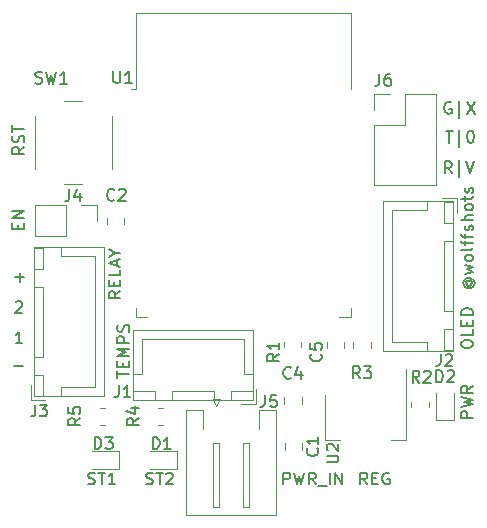
<source format=gbr>
%TF.GenerationSoftware,KiCad,Pcbnew,(5.1.10)-1*%
%TF.CreationDate,2021-08-06T22:26:06+02:00*%
%TF.ProjectId,board,626f6172-642e-46b6-9963-61645f706362,0.2*%
%TF.SameCoordinates,Original*%
%TF.FileFunction,Legend,Top*%
%TF.FilePolarity,Positive*%
%FSLAX46Y46*%
G04 Gerber Fmt 4.6, Leading zero omitted, Abs format (unit mm)*
G04 Created by KiCad (PCBNEW (5.1.10)-1) date 2021-08-06 22:26:06*
%MOMM*%
%LPD*%
G01*
G04 APERTURE LIST*
%ADD10C,0.150000*%
%ADD11C,0.120000*%
G04 APERTURE END LIST*
D10*
X93976190Y-43485238D02*
X93928571Y-43532857D01*
X93880952Y-43628095D01*
X93880952Y-43723333D01*
X93928571Y-43818571D01*
X93976190Y-43866190D01*
X94071428Y-43913809D01*
X94166666Y-43913809D01*
X94261904Y-43866190D01*
X94309523Y-43818571D01*
X94357142Y-43723333D01*
X94357142Y-43628095D01*
X94309523Y-43532857D01*
X94261904Y-43485238D01*
X93880952Y-43485238D02*
X94261904Y-43485238D01*
X94309523Y-43437619D01*
X94309523Y-43390000D01*
X94261904Y-43294761D01*
X94166666Y-43247142D01*
X93928571Y-43247142D01*
X93785714Y-43342380D01*
X93690476Y-43485238D01*
X93642857Y-43675714D01*
X93690476Y-43866190D01*
X93785714Y-44009047D01*
X93928571Y-44104285D01*
X94119047Y-44151904D01*
X94309523Y-44104285D01*
X94452380Y-44009047D01*
X94547619Y-43866190D01*
X94595238Y-43675714D01*
X94547619Y-43485238D01*
X94452380Y-43342380D01*
X93785714Y-42913809D02*
X94452380Y-42723333D01*
X93976190Y-42532857D01*
X94452380Y-42342380D01*
X93785714Y-42151904D01*
X94452380Y-41628095D02*
X94404761Y-41723333D01*
X94357142Y-41770952D01*
X94261904Y-41818571D01*
X93976190Y-41818571D01*
X93880952Y-41770952D01*
X93833333Y-41723333D01*
X93785714Y-41628095D01*
X93785714Y-41485238D01*
X93833333Y-41390000D01*
X93880952Y-41342380D01*
X93976190Y-41294761D01*
X94261904Y-41294761D01*
X94357142Y-41342380D01*
X94404761Y-41390000D01*
X94452380Y-41485238D01*
X94452380Y-41628095D01*
X94452380Y-40723333D02*
X94404761Y-40818571D01*
X94309523Y-40866190D01*
X93452380Y-40866190D01*
X93785714Y-40485238D02*
X93785714Y-40104285D01*
X94452380Y-40342380D02*
X93595238Y-40342380D01*
X93500000Y-40294761D01*
X93452380Y-40199523D01*
X93452380Y-40104285D01*
X93785714Y-39913809D02*
X93785714Y-39532857D01*
X94452380Y-39770952D02*
X93595238Y-39770952D01*
X93500000Y-39723333D01*
X93452380Y-39628095D01*
X93452380Y-39532857D01*
X94404761Y-39247142D02*
X94452380Y-39151904D01*
X94452380Y-38961428D01*
X94404761Y-38866190D01*
X94309523Y-38818571D01*
X94261904Y-38818571D01*
X94166666Y-38866190D01*
X94119047Y-38961428D01*
X94119047Y-39104285D01*
X94071428Y-39199523D01*
X93976190Y-39247142D01*
X93928571Y-39247142D01*
X93833333Y-39199523D01*
X93785714Y-39104285D01*
X93785714Y-38961428D01*
X93833333Y-38866190D01*
X94452380Y-38390000D02*
X93452380Y-38390000D01*
X94452380Y-37961428D02*
X93928571Y-37961428D01*
X93833333Y-38009047D01*
X93785714Y-38104285D01*
X93785714Y-38247142D01*
X93833333Y-38342380D01*
X93880952Y-38390000D01*
X94452380Y-37342380D02*
X94404761Y-37437619D01*
X94357142Y-37485238D01*
X94261904Y-37532857D01*
X93976190Y-37532857D01*
X93880952Y-37485238D01*
X93833333Y-37437619D01*
X93785714Y-37342380D01*
X93785714Y-37199523D01*
X93833333Y-37104285D01*
X93880952Y-37056666D01*
X93976190Y-37009047D01*
X94261904Y-37009047D01*
X94357142Y-37056666D01*
X94404761Y-37104285D01*
X94452380Y-37199523D01*
X94452380Y-37342380D01*
X93785714Y-36723333D02*
X93785714Y-36342380D01*
X93452380Y-36580476D02*
X94309523Y-36580476D01*
X94404761Y-36532857D01*
X94452380Y-36437619D01*
X94452380Y-36342380D01*
X94404761Y-36056666D02*
X94452380Y-35961428D01*
X94452380Y-35770952D01*
X94404761Y-35675714D01*
X94309523Y-35628095D01*
X94261904Y-35628095D01*
X94166666Y-35675714D01*
X94119047Y-35770952D01*
X94119047Y-35913809D01*
X94071428Y-36009047D01*
X93976190Y-36056666D01*
X93928571Y-36056666D01*
X93833333Y-36009047D01*
X93785714Y-35913809D01*
X93785714Y-35770952D01*
X93833333Y-35675714D01*
D11*
%TO.C,SW1*%
X61370000Y-28290000D02*
X59870000Y-28290000D01*
X57370000Y-29540000D02*
X57370000Y-34040000D01*
X59870000Y-35290000D02*
X61370000Y-35290000D01*
X63870000Y-34040000D02*
X63870000Y-29540000D01*
%TO.C,J6*%
X86110000Y-27680000D02*
X87440000Y-27680000D01*
X86110000Y-29010000D02*
X86110000Y-27680000D01*
X88710000Y-27680000D02*
X91310000Y-27680000D01*
X88710000Y-30280000D02*
X88710000Y-27680000D01*
X86110000Y-30280000D02*
X88710000Y-30280000D01*
X91310000Y-27680000D02*
X91310000Y-35420000D01*
X86110000Y-30280000D02*
X86110000Y-35420000D01*
X86110000Y-35420000D02*
X91310000Y-35420000D01*
%TO.C,J5*%
X73020000Y-53500000D02*
X72720000Y-54100000D01*
X72420000Y-53500000D02*
X73020000Y-53500000D01*
X72720000Y-54100000D02*
X72420000Y-53500000D01*
X75470000Y-57200000D02*
X74970000Y-57200000D01*
X75470000Y-62700000D02*
X75470000Y-57200000D01*
X74970000Y-62700000D02*
X75470000Y-62700000D01*
X74970000Y-57200000D02*
X74970000Y-62700000D01*
X72970000Y-57200000D02*
X72470000Y-57200000D01*
X72970000Y-62700000D02*
X72970000Y-57200000D01*
X72470000Y-62700000D02*
X72970000Y-62700000D01*
X72470000Y-57200000D02*
X72470000Y-62700000D01*
X76360000Y-54420000D02*
X76360000Y-56090000D01*
X77780000Y-54420000D02*
X76360000Y-54420000D01*
X77780000Y-63310000D02*
X77780000Y-54420000D01*
X73970000Y-63310000D02*
X77780000Y-63310000D01*
X71580000Y-54420000D02*
X71580000Y-56090000D01*
X70160000Y-54420000D02*
X71580000Y-54420000D01*
X70160000Y-63310000D02*
X70160000Y-54420000D01*
X73970000Y-63310000D02*
X70160000Y-63310000D01*
%TO.C,C1*%
X78505000Y-57268748D02*
X78505000Y-57791252D01*
X79975000Y-57268748D02*
X79975000Y-57791252D01*
%TO.C,R5*%
X63324564Y-55745000D02*
X62870436Y-55745000D01*
X63324564Y-54275000D02*
X62870436Y-54275000D01*
%TO.C,D3*%
X64472500Y-57955000D02*
X62187500Y-57955000D01*
X64472500Y-59425000D02*
X64472500Y-57955000D01*
X62187500Y-59425000D02*
X64472500Y-59425000D01*
%TO.C,D1*%
X69372500Y-57955000D02*
X67087500Y-57955000D01*
X69372500Y-59425000D02*
X69372500Y-57955000D01*
X67087500Y-59425000D02*
X69372500Y-59425000D01*
%TO.C,D2*%
X92835000Y-55272500D02*
X92835000Y-52987500D01*
X91365000Y-55272500D02*
X92835000Y-55272500D01*
X91365000Y-52987500D02*
X91365000Y-55272500D01*
%TO.C,R4*%
X68239564Y-54265000D02*
X67785436Y-54265000D01*
X68239564Y-55735000D02*
X67785436Y-55735000D01*
%TO.C,U2*%
X88760000Y-50950000D02*
X88760000Y-56960000D01*
X81940000Y-53200000D02*
X81940000Y-56960000D01*
X88760000Y-56960000D02*
X87500000Y-56960000D01*
X81940000Y-56960000D02*
X83200000Y-56960000D01*
%TO.C,U1*%
X65900000Y-27245000D02*
X65520000Y-27245000D01*
X65900000Y-20825000D02*
X65900000Y-27245000D01*
X84140000Y-20825000D02*
X84140000Y-27245000D01*
X65900000Y-20825000D02*
X84140000Y-20825000D01*
X84140000Y-46570000D02*
X83140000Y-46570000D01*
X84140000Y-45790000D02*
X84140000Y-46570000D01*
X65900000Y-46570000D02*
X66900000Y-46570000D01*
X65900000Y-45790000D02*
X65900000Y-46570000D01*
%TO.C,R3*%
X85795000Y-49174564D02*
X85795000Y-48720436D01*
X84325000Y-49174564D02*
X84325000Y-48720436D01*
%TO.C,R2*%
X89235000Y-53770436D02*
X89235000Y-54224564D01*
X90705000Y-53770436D02*
X90705000Y-54224564D01*
%TO.C,R1*%
X79895000Y-49124564D02*
X79895000Y-48670436D01*
X78425000Y-49124564D02*
X78425000Y-48670436D01*
%TO.C,J4*%
X62600000Y-37080000D02*
X62600000Y-38410000D01*
X61270000Y-37080000D02*
X62600000Y-37080000D01*
X60000000Y-37080000D02*
X60000000Y-39740000D01*
X60000000Y-39740000D02*
X57400000Y-39740000D01*
X60000000Y-37080000D02*
X57400000Y-37080000D01*
X57400000Y-37080000D02*
X57400000Y-39740000D01*
%TO.C,J3*%
X57000000Y-53590000D02*
X58250000Y-53590000D01*
X57000000Y-52340000D02*
X57000000Y-53590000D01*
X62500000Y-41440000D02*
X62500000Y-46990000D01*
X59550000Y-41440000D02*
X62500000Y-41440000D01*
X59550000Y-40690000D02*
X59550000Y-41440000D01*
X62500000Y-52540000D02*
X62500000Y-46990000D01*
X59550000Y-52540000D02*
X62500000Y-52540000D01*
X59550000Y-53290000D02*
X59550000Y-52540000D01*
X57300000Y-40690000D02*
X57300000Y-42490000D01*
X58050000Y-40690000D02*
X57300000Y-40690000D01*
X58050000Y-42490000D02*
X58050000Y-40690000D01*
X57300000Y-42490000D02*
X58050000Y-42490000D01*
X57300000Y-51490000D02*
X57300000Y-53290000D01*
X58050000Y-51490000D02*
X57300000Y-51490000D01*
X58050000Y-53290000D02*
X58050000Y-51490000D01*
X57300000Y-53290000D02*
X58050000Y-53290000D01*
X57300000Y-43990000D02*
X57300000Y-49990000D01*
X58050000Y-43990000D02*
X57300000Y-43990000D01*
X58050000Y-49990000D02*
X58050000Y-43990000D01*
X57300000Y-49990000D02*
X58050000Y-49990000D01*
X57290000Y-40680000D02*
X57290000Y-53300000D01*
X63260000Y-40680000D02*
X57290000Y-40680000D01*
X63260000Y-53300000D02*
X63260000Y-40680000D01*
X57290000Y-53300000D02*
X63260000Y-53300000D01*
%TO.C,J2*%
X93090000Y-36500000D02*
X91840000Y-36500000D01*
X93090000Y-37750000D02*
X93090000Y-36500000D01*
X87590000Y-48650000D02*
X87590000Y-43100000D01*
X90540000Y-48650000D02*
X87590000Y-48650000D01*
X90540000Y-49400000D02*
X90540000Y-48650000D01*
X87590000Y-37550000D02*
X87590000Y-43100000D01*
X90540000Y-37550000D02*
X87590000Y-37550000D01*
X90540000Y-36800000D02*
X90540000Y-37550000D01*
X92790000Y-49400000D02*
X92790000Y-47600000D01*
X92040000Y-49400000D02*
X92790000Y-49400000D01*
X92040000Y-47600000D02*
X92040000Y-49400000D01*
X92790000Y-47600000D02*
X92040000Y-47600000D01*
X92790000Y-38600000D02*
X92790000Y-36800000D01*
X92040000Y-38600000D02*
X92790000Y-38600000D01*
X92040000Y-36800000D02*
X92040000Y-38600000D01*
X92790000Y-36800000D02*
X92040000Y-36800000D01*
X92790000Y-46100000D02*
X92790000Y-40100000D01*
X92040000Y-46100000D02*
X92790000Y-46100000D01*
X92040000Y-40100000D02*
X92040000Y-46100000D01*
X92790000Y-40100000D02*
X92040000Y-40100000D01*
X92800000Y-49410000D02*
X92800000Y-36790000D01*
X86830000Y-49410000D02*
X92800000Y-49410000D01*
X86830000Y-36790000D02*
X86830000Y-49410000D01*
X92800000Y-36790000D02*
X86830000Y-36790000D01*
%TO.C,J1*%
X76110000Y-53920000D02*
X76110000Y-52670000D01*
X74860000Y-53920000D02*
X76110000Y-53920000D01*
X66460000Y-48420000D02*
X70760000Y-48420000D01*
X66460000Y-51370000D02*
X66460000Y-48420000D01*
X65710000Y-51370000D02*
X66460000Y-51370000D01*
X75060000Y-48420000D02*
X70760000Y-48420000D01*
X75060000Y-51370000D02*
X75060000Y-48420000D01*
X75810000Y-51370000D02*
X75060000Y-51370000D01*
X65710000Y-53620000D02*
X67510000Y-53620000D01*
X65710000Y-52870000D02*
X65710000Y-53620000D01*
X67510000Y-52870000D02*
X65710000Y-52870000D01*
X67510000Y-53620000D02*
X67510000Y-52870000D01*
X74010000Y-53620000D02*
X75810000Y-53620000D01*
X74010000Y-52870000D02*
X74010000Y-53620000D01*
X75810000Y-52870000D02*
X74010000Y-52870000D01*
X75810000Y-53620000D02*
X75810000Y-52870000D01*
X69010000Y-53620000D02*
X72510000Y-53620000D01*
X69010000Y-52870000D02*
X69010000Y-53620000D01*
X72510000Y-52870000D02*
X69010000Y-52870000D01*
X72510000Y-53620000D02*
X72510000Y-52870000D01*
X65700000Y-53630000D02*
X75820000Y-53630000D01*
X65700000Y-47660000D02*
X65700000Y-53630000D01*
X75820000Y-47660000D02*
X65700000Y-47660000D01*
X75820000Y-53630000D02*
X75820000Y-47660000D01*
%TO.C,C5*%
X83535000Y-49181252D02*
X83535000Y-48658748D01*
X82065000Y-49181252D02*
X82065000Y-48658748D01*
%TO.C,C4*%
X79965000Y-53901252D02*
X79965000Y-53378748D01*
X78495000Y-53901252D02*
X78495000Y-53378748D01*
%TO.C,C2*%
X64925000Y-38701252D02*
X64925000Y-38178748D01*
X63455000Y-38701252D02*
X63455000Y-38178748D01*
%TO.C,SW1*%
D10*
X57416666Y-26754761D02*
X57559523Y-26802380D01*
X57797619Y-26802380D01*
X57892857Y-26754761D01*
X57940476Y-26707142D01*
X57988095Y-26611904D01*
X57988095Y-26516666D01*
X57940476Y-26421428D01*
X57892857Y-26373809D01*
X57797619Y-26326190D01*
X57607142Y-26278571D01*
X57511904Y-26230952D01*
X57464285Y-26183333D01*
X57416666Y-26088095D01*
X57416666Y-25992857D01*
X57464285Y-25897619D01*
X57511904Y-25850000D01*
X57607142Y-25802380D01*
X57845238Y-25802380D01*
X57988095Y-25850000D01*
X58321428Y-25802380D02*
X58559523Y-26802380D01*
X58750000Y-26088095D01*
X58940476Y-26802380D01*
X59178571Y-25802380D01*
X60083333Y-26802380D02*
X59511904Y-26802380D01*
X59797619Y-26802380D02*
X59797619Y-25802380D01*
X59702380Y-25945238D01*
X59607142Y-26040476D01*
X59511904Y-26088095D01*
X56472380Y-32157619D02*
X55996190Y-32490952D01*
X56472380Y-32729047D02*
X55472380Y-32729047D01*
X55472380Y-32348095D01*
X55520000Y-32252857D01*
X55567619Y-32205238D01*
X55662857Y-32157619D01*
X55805714Y-32157619D01*
X55900952Y-32205238D01*
X55948571Y-32252857D01*
X55996190Y-32348095D01*
X55996190Y-32729047D01*
X56424761Y-31776666D02*
X56472380Y-31633809D01*
X56472380Y-31395714D01*
X56424761Y-31300476D01*
X56377142Y-31252857D01*
X56281904Y-31205238D01*
X56186666Y-31205238D01*
X56091428Y-31252857D01*
X56043809Y-31300476D01*
X55996190Y-31395714D01*
X55948571Y-31586190D01*
X55900952Y-31681428D01*
X55853333Y-31729047D01*
X55758095Y-31776666D01*
X55662857Y-31776666D01*
X55567619Y-31729047D01*
X55520000Y-31681428D01*
X55472380Y-31586190D01*
X55472380Y-31348095D01*
X55520000Y-31205238D01*
X55472380Y-30919523D02*
X55472380Y-30348095D01*
X56472380Y-30633809D02*
X55472380Y-30633809D01*
%TO.C,J6*%
X86536666Y-25982380D02*
X86536666Y-26696666D01*
X86489047Y-26839523D01*
X86393809Y-26934761D01*
X86250952Y-26982380D01*
X86155714Y-26982380D01*
X87441428Y-25982380D02*
X87250952Y-25982380D01*
X87155714Y-26030000D01*
X87108095Y-26077619D01*
X87012857Y-26220476D01*
X86965238Y-26410952D01*
X86965238Y-26791904D01*
X87012857Y-26887142D01*
X87060476Y-26934761D01*
X87155714Y-26982380D01*
X87346190Y-26982380D01*
X87441428Y-26934761D01*
X87489047Y-26887142D01*
X87536666Y-26791904D01*
X87536666Y-26553809D01*
X87489047Y-26458571D01*
X87441428Y-26410952D01*
X87346190Y-26363333D01*
X87155714Y-26363333D01*
X87060476Y-26410952D01*
X87012857Y-26458571D01*
X86965238Y-26553809D01*
X92599523Y-28410000D02*
X92504285Y-28362380D01*
X92361428Y-28362380D01*
X92218571Y-28410000D01*
X92123333Y-28505238D01*
X92075714Y-28600476D01*
X92028095Y-28790952D01*
X92028095Y-28933809D01*
X92075714Y-29124285D01*
X92123333Y-29219523D01*
X92218571Y-29314761D01*
X92361428Y-29362380D01*
X92456666Y-29362380D01*
X92599523Y-29314761D01*
X92647142Y-29267142D01*
X92647142Y-28933809D01*
X92456666Y-28933809D01*
X93313809Y-29695714D02*
X93313809Y-28267142D01*
X93932857Y-28362380D02*
X94599523Y-29362380D01*
X94599523Y-28362380D02*
X93932857Y-29362380D01*
X92161904Y-30812380D02*
X92733333Y-30812380D01*
X92447619Y-31812380D02*
X92447619Y-30812380D01*
X93304761Y-32145714D02*
X93304761Y-30717142D01*
X94209523Y-30812380D02*
X94304761Y-30812380D01*
X94400000Y-30860000D01*
X94447619Y-30907619D01*
X94495238Y-31002857D01*
X94542857Y-31193333D01*
X94542857Y-31431428D01*
X94495238Y-31621904D01*
X94447619Y-31717142D01*
X94400000Y-31764761D01*
X94304761Y-31812380D01*
X94209523Y-31812380D01*
X94114285Y-31764761D01*
X94066666Y-31717142D01*
X94019047Y-31621904D01*
X93971428Y-31431428D01*
X93971428Y-31193333D01*
X94019047Y-31002857D01*
X94066666Y-30907619D01*
X94114285Y-30860000D01*
X94209523Y-30812380D01*
X92644761Y-34402380D02*
X92311428Y-33926190D01*
X92073333Y-34402380D02*
X92073333Y-33402380D01*
X92454285Y-33402380D01*
X92549523Y-33450000D01*
X92597142Y-33497619D01*
X92644761Y-33592857D01*
X92644761Y-33735714D01*
X92597142Y-33830952D01*
X92549523Y-33878571D01*
X92454285Y-33926190D01*
X92073333Y-33926190D01*
X93311428Y-34735714D02*
X93311428Y-33307142D01*
X93882857Y-33402380D02*
X94216190Y-34402380D01*
X94549523Y-33402380D01*
%TO.C,J5*%
X76846666Y-53182380D02*
X76846666Y-53896666D01*
X76799047Y-54039523D01*
X76703809Y-54134761D01*
X76560952Y-54182380D01*
X76465714Y-54182380D01*
X77799047Y-53182380D02*
X77322857Y-53182380D01*
X77275238Y-53658571D01*
X77322857Y-53610952D01*
X77418095Y-53563333D01*
X77656190Y-53563333D01*
X77751428Y-53610952D01*
X77799047Y-53658571D01*
X77846666Y-53753809D01*
X77846666Y-53991904D01*
X77799047Y-54087142D01*
X77751428Y-54134761D01*
X77656190Y-54182380D01*
X77418095Y-54182380D01*
X77322857Y-54134761D01*
X77275238Y-54087142D01*
X78413809Y-60742380D02*
X78413809Y-59742380D01*
X78794761Y-59742380D01*
X78890000Y-59790000D01*
X78937619Y-59837619D01*
X78985238Y-59932857D01*
X78985238Y-60075714D01*
X78937619Y-60170952D01*
X78890000Y-60218571D01*
X78794761Y-60266190D01*
X78413809Y-60266190D01*
X79318571Y-59742380D02*
X79556666Y-60742380D01*
X79747142Y-60028095D01*
X79937619Y-60742380D01*
X80175714Y-59742380D01*
X81128095Y-60742380D02*
X80794761Y-60266190D01*
X80556666Y-60742380D02*
X80556666Y-59742380D01*
X80937619Y-59742380D01*
X81032857Y-59790000D01*
X81080476Y-59837619D01*
X81128095Y-59932857D01*
X81128095Y-60075714D01*
X81080476Y-60170952D01*
X81032857Y-60218571D01*
X80937619Y-60266190D01*
X80556666Y-60266190D01*
X81318571Y-60837619D02*
X82080476Y-60837619D01*
X82318571Y-60742380D02*
X82318571Y-59742380D01*
X82794761Y-60742380D02*
X82794761Y-59742380D01*
X83366190Y-60742380D01*
X83366190Y-59742380D01*
%TO.C,C1*%
X81277142Y-57696666D02*
X81324761Y-57744285D01*
X81372380Y-57887142D01*
X81372380Y-57982380D01*
X81324761Y-58125238D01*
X81229523Y-58220476D01*
X81134285Y-58268095D01*
X80943809Y-58315714D01*
X80800952Y-58315714D01*
X80610476Y-58268095D01*
X80515238Y-58220476D01*
X80420000Y-58125238D01*
X80372380Y-57982380D01*
X80372380Y-57887142D01*
X80420000Y-57744285D01*
X80467619Y-57696666D01*
X81372380Y-56744285D02*
X81372380Y-57315714D01*
X81372380Y-57030000D02*
X80372380Y-57030000D01*
X80515238Y-57125238D01*
X80610476Y-57220476D01*
X80658095Y-57315714D01*
%TO.C,R5*%
X61212380Y-55126666D02*
X60736190Y-55460000D01*
X61212380Y-55698095D02*
X60212380Y-55698095D01*
X60212380Y-55317142D01*
X60260000Y-55221904D01*
X60307619Y-55174285D01*
X60402857Y-55126666D01*
X60545714Y-55126666D01*
X60640952Y-55174285D01*
X60688571Y-55221904D01*
X60736190Y-55317142D01*
X60736190Y-55698095D01*
X60212380Y-54221904D02*
X60212380Y-54698095D01*
X60688571Y-54745714D01*
X60640952Y-54698095D01*
X60593333Y-54602857D01*
X60593333Y-54364761D01*
X60640952Y-54269523D01*
X60688571Y-54221904D01*
X60783809Y-54174285D01*
X61021904Y-54174285D01*
X61117142Y-54221904D01*
X61164761Y-54269523D01*
X61212380Y-54364761D01*
X61212380Y-54602857D01*
X61164761Y-54698095D01*
X61117142Y-54745714D01*
%TO.C,D3*%
X62431904Y-57742380D02*
X62431904Y-56742380D01*
X62670000Y-56742380D01*
X62812857Y-56790000D01*
X62908095Y-56885238D01*
X62955714Y-56980476D01*
X63003333Y-57170952D01*
X63003333Y-57313809D01*
X62955714Y-57504285D01*
X62908095Y-57599523D01*
X62812857Y-57694761D01*
X62670000Y-57742380D01*
X62431904Y-57742380D01*
X63336666Y-56742380D02*
X63955714Y-56742380D01*
X63622380Y-57123333D01*
X63765238Y-57123333D01*
X63860476Y-57170952D01*
X63908095Y-57218571D01*
X63955714Y-57313809D01*
X63955714Y-57551904D01*
X63908095Y-57647142D01*
X63860476Y-57694761D01*
X63765238Y-57742380D01*
X63479523Y-57742380D01*
X63384285Y-57694761D01*
X63336666Y-57647142D01*
X61887142Y-60694761D02*
X62030000Y-60742380D01*
X62268095Y-60742380D01*
X62363333Y-60694761D01*
X62410952Y-60647142D01*
X62458571Y-60551904D01*
X62458571Y-60456666D01*
X62410952Y-60361428D01*
X62363333Y-60313809D01*
X62268095Y-60266190D01*
X62077619Y-60218571D01*
X61982380Y-60170952D01*
X61934761Y-60123333D01*
X61887142Y-60028095D01*
X61887142Y-59932857D01*
X61934761Y-59837619D01*
X61982380Y-59790000D01*
X62077619Y-59742380D01*
X62315714Y-59742380D01*
X62458571Y-59790000D01*
X62744285Y-59742380D02*
X63315714Y-59742380D01*
X63030000Y-60742380D02*
X63030000Y-59742380D01*
X64172857Y-60742380D02*
X63601428Y-60742380D01*
X63887142Y-60742380D02*
X63887142Y-59742380D01*
X63791904Y-59885238D01*
X63696666Y-59980476D01*
X63601428Y-60028095D01*
%TO.C,D1*%
X67351904Y-57752380D02*
X67351904Y-56752380D01*
X67590000Y-56752380D01*
X67732857Y-56800000D01*
X67828095Y-56895238D01*
X67875714Y-56990476D01*
X67923333Y-57180952D01*
X67923333Y-57323809D01*
X67875714Y-57514285D01*
X67828095Y-57609523D01*
X67732857Y-57704761D01*
X67590000Y-57752380D01*
X67351904Y-57752380D01*
X68875714Y-57752380D02*
X68304285Y-57752380D01*
X68590000Y-57752380D02*
X68590000Y-56752380D01*
X68494761Y-56895238D01*
X68399523Y-56990476D01*
X68304285Y-57038095D01*
X66777142Y-60694761D02*
X66920000Y-60742380D01*
X67158095Y-60742380D01*
X67253333Y-60694761D01*
X67300952Y-60647142D01*
X67348571Y-60551904D01*
X67348571Y-60456666D01*
X67300952Y-60361428D01*
X67253333Y-60313809D01*
X67158095Y-60266190D01*
X66967619Y-60218571D01*
X66872380Y-60170952D01*
X66824761Y-60123333D01*
X66777142Y-60028095D01*
X66777142Y-59932857D01*
X66824761Y-59837619D01*
X66872380Y-59790000D01*
X66967619Y-59742380D01*
X67205714Y-59742380D01*
X67348571Y-59790000D01*
X67634285Y-59742380D02*
X68205714Y-59742380D01*
X67920000Y-60742380D02*
X67920000Y-59742380D01*
X68491428Y-59837619D02*
X68539047Y-59790000D01*
X68634285Y-59742380D01*
X68872380Y-59742380D01*
X68967619Y-59790000D01*
X69015238Y-59837619D01*
X69062857Y-59932857D01*
X69062857Y-60028095D01*
X69015238Y-60170952D01*
X68443809Y-60742380D01*
X69062857Y-60742380D01*
%TO.C,D2*%
X91351904Y-52089880D02*
X91351904Y-51089880D01*
X91590000Y-51089880D01*
X91732857Y-51137500D01*
X91828095Y-51232738D01*
X91875714Y-51327976D01*
X91923333Y-51518452D01*
X91923333Y-51661309D01*
X91875714Y-51851785D01*
X91828095Y-51947023D01*
X91732857Y-52042261D01*
X91590000Y-52089880D01*
X91351904Y-52089880D01*
X92304285Y-51185119D02*
X92351904Y-51137500D01*
X92447142Y-51089880D01*
X92685238Y-51089880D01*
X92780476Y-51137500D01*
X92828095Y-51185119D01*
X92875714Y-51280357D01*
X92875714Y-51375595D01*
X92828095Y-51518452D01*
X92256666Y-52089880D01*
X92875714Y-52089880D01*
X94452380Y-55120833D02*
X93452380Y-55120833D01*
X93452380Y-54739880D01*
X93500000Y-54644642D01*
X93547619Y-54597023D01*
X93642857Y-54549404D01*
X93785714Y-54549404D01*
X93880952Y-54597023D01*
X93928571Y-54644642D01*
X93976190Y-54739880D01*
X93976190Y-55120833D01*
X93452380Y-54216071D02*
X94452380Y-53977976D01*
X93738095Y-53787500D01*
X94452380Y-53597023D01*
X93452380Y-53358928D01*
X94452380Y-52406547D02*
X93976190Y-52739880D01*
X94452380Y-52977976D02*
X93452380Y-52977976D01*
X93452380Y-52597023D01*
X93500000Y-52501785D01*
X93547619Y-52454166D01*
X93642857Y-52406547D01*
X93785714Y-52406547D01*
X93880952Y-52454166D01*
X93928571Y-52501785D01*
X93976190Y-52597023D01*
X93976190Y-52977976D01*
%TO.C,R4*%
X66142380Y-55126666D02*
X65666190Y-55460000D01*
X66142380Y-55698095D02*
X65142380Y-55698095D01*
X65142380Y-55317142D01*
X65190000Y-55221904D01*
X65237619Y-55174285D01*
X65332857Y-55126666D01*
X65475714Y-55126666D01*
X65570952Y-55174285D01*
X65618571Y-55221904D01*
X65666190Y-55317142D01*
X65666190Y-55698095D01*
X65475714Y-54269523D02*
X66142380Y-54269523D01*
X65094761Y-54507619D02*
X65809047Y-54745714D01*
X65809047Y-54126666D01*
%TO.C,U2*%
X82062380Y-58871904D02*
X82871904Y-58871904D01*
X82967142Y-58824285D01*
X83014761Y-58776666D01*
X83062380Y-58681428D01*
X83062380Y-58490952D01*
X83014761Y-58395714D01*
X82967142Y-58348095D01*
X82871904Y-58300476D01*
X82062380Y-58300476D01*
X82157619Y-57871904D02*
X82110000Y-57824285D01*
X82062380Y-57729047D01*
X82062380Y-57490952D01*
X82110000Y-57395714D01*
X82157619Y-57348095D01*
X82252857Y-57300476D01*
X82348095Y-57300476D01*
X82490952Y-57348095D01*
X83062380Y-57919523D01*
X83062380Y-57300476D01*
X85507142Y-60742380D02*
X85173809Y-60266190D01*
X84935714Y-60742380D02*
X84935714Y-59742380D01*
X85316666Y-59742380D01*
X85411904Y-59790000D01*
X85459523Y-59837619D01*
X85507142Y-59932857D01*
X85507142Y-60075714D01*
X85459523Y-60170952D01*
X85411904Y-60218571D01*
X85316666Y-60266190D01*
X84935714Y-60266190D01*
X85935714Y-60218571D02*
X86269047Y-60218571D01*
X86411904Y-60742380D02*
X85935714Y-60742380D01*
X85935714Y-59742380D01*
X86411904Y-59742380D01*
X87364285Y-59790000D02*
X87269047Y-59742380D01*
X87126190Y-59742380D01*
X86983333Y-59790000D01*
X86888095Y-59885238D01*
X86840476Y-59980476D01*
X86792857Y-60170952D01*
X86792857Y-60313809D01*
X86840476Y-60504285D01*
X86888095Y-60599523D01*
X86983333Y-60694761D01*
X87126190Y-60742380D01*
X87221428Y-60742380D01*
X87364285Y-60694761D01*
X87411904Y-60647142D01*
X87411904Y-60313809D01*
X87221428Y-60313809D01*
%TO.C,U1*%
X64018095Y-25762380D02*
X64018095Y-26571904D01*
X64065714Y-26667142D01*
X64113333Y-26714761D01*
X64208571Y-26762380D01*
X64399047Y-26762380D01*
X64494285Y-26714761D01*
X64541904Y-26667142D01*
X64589523Y-26571904D01*
X64589523Y-25762380D01*
X65589523Y-26762380D02*
X65018095Y-26762380D01*
X65303809Y-26762380D02*
X65303809Y-25762380D01*
X65208571Y-25905238D01*
X65113333Y-26000476D01*
X65018095Y-26048095D01*
%TO.C,R3*%
X84893333Y-51757380D02*
X84560000Y-51281190D01*
X84321904Y-51757380D02*
X84321904Y-50757380D01*
X84702857Y-50757380D01*
X84798095Y-50805000D01*
X84845714Y-50852619D01*
X84893333Y-50947857D01*
X84893333Y-51090714D01*
X84845714Y-51185952D01*
X84798095Y-51233571D01*
X84702857Y-51281190D01*
X84321904Y-51281190D01*
X85226666Y-50757380D02*
X85845714Y-50757380D01*
X85512380Y-51138333D01*
X85655238Y-51138333D01*
X85750476Y-51185952D01*
X85798095Y-51233571D01*
X85845714Y-51328809D01*
X85845714Y-51566904D01*
X85798095Y-51662142D01*
X85750476Y-51709761D01*
X85655238Y-51757380D01*
X85369523Y-51757380D01*
X85274285Y-51709761D01*
X85226666Y-51662142D01*
%TO.C,R2*%
X89923333Y-52122380D02*
X89590000Y-51646190D01*
X89351904Y-52122380D02*
X89351904Y-51122380D01*
X89732857Y-51122380D01*
X89828095Y-51170000D01*
X89875714Y-51217619D01*
X89923333Y-51312857D01*
X89923333Y-51455714D01*
X89875714Y-51550952D01*
X89828095Y-51598571D01*
X89732857Y-51646190D01*
X89351904Y-51646190D01*
X90304285Y-51217619D02*
X90351904Y-51170000D01*
X90447142Y-51122380D01*
X90685238Y-51122380D01*
X90780476Y-51170000D01*
X90828095Y-51217619D01*
X90875714Y-51312857D01*
X90875714Y-51408095D01*
X90828095Y-51550952D01*
X90256666Y-52122380D01*
X90875714Y-52122380D01*
%TO.C,R1*%
X78032380Y-49691666D02*
X77556190Y-50025000D01*
X78032380Y-50263095D02*
X77032380Y-50263095D01*
X77032380Y-49882142D01*
X77080000Y-49786904D01*
X77127619Y-49739285D01*
X77222857Y-49691666D01*
X77365714Y-49691666D01*
X77460952Y-49739285D01*
X77508571Y-49786904D01*
X77556190Y-49882142D01*
X77556190Y-50263095D01*
X78032380Y-48739285D02*
X78032380Y-49310714D01*
X78032380Y-49025000D02*
X77032380Y-49025000D01*
X77175238Y-49120238D01*
X77270476Y-49215476D01*
X77318095Y-49310714D01*
%TO.C,J4*%
X60286666Y-35762380D02*
X60286666Y-36476666D01*
X60239047Y-36619523D01*
X60143809Y-36714761D01*
X60000952Y-36762380D01*
X59905714Y-36762380D01*
X61191428Y-36095714D02*
X61191428Y-36762380D01*
X60953333Y-35714761D02*
X60715238Y-36429047D01*
X61334285Y-36429047D01*
X55948571Y-39098095D02*
X55948571Y-38764761D01*
X56472380Y-38621904D02*
X56472380Y-39098095D01*
X55472380Y-39098095D01*
X55472380Y-38621904D01*
X56472380Y-38193333D02*
X55472380Y-38193333D01*
X56472380Y-37621904D01*
X55472380Y-37621904D01*
%TO.C,J3*%
X57396666Y-53982380D02*
X57396666Y-54696666D01*
X57349047Y-54839523D01*
X57253809Y-54934761D01*
X57110952Y-54982380D01*
X57015714Y-54982380D01*
X57777619Y-53982380D02*
X58396666Y-53982380D01*
X58063333Y-54363333D01*
X58206190Y-54363333D01*
X58301428Y-54410952D01*
X58349047Y-54458571D01*
X58396666Y-54553809D01*
X58396666Y-54791904D01*
X58349047Y-54887142D01*
X58301428Y-54934761D01*
X58206190Y-54982380D01*
X57920476Y-54982380D01*
X57825238Y-54934761D01*
X57777619Y-54887142D01*
X64602380Y-44364761D02*
X64126190Y-44698095D01*
X64602380Y-44936190D02*
X63602380Y-44936190D01*
X63602380Y-44555238D01*
X63650000Y-44460000D01*
X63697619Y-44412380D01*
X63792857Y-44364761D01*
X63935714Y-44364761D01*
X64030952Y-44412380D01*
X64078571Y-44460000D01*
X64126190Y-44555238D01*
X64126190Y-44936190D01*
X64078571Y-43936190D02*
X64078571Y-43602857D01*
X64602380Y-43460000D02*
X64602380Y-43936190D01*
X63602380Y-43936190D01*
X63602380Y-43460000D01*
X64602380Y-42555238D02*
X64602380Y-43031428D01*
X63602380Y-43031428D01*
X64316666Y-42269523D02*
X64316666Y-41793333D01*
X64602380Y-42364761D02*
X63602380Y-42031428D01*
X64602380Y-41698095D01*
X64126190Y-41174285D02*
X64602380Y-41174285D01*
X63602380Y-41507619D02*
X64126190Y-41174285D01*
X63602380Y-40840952D01*
X56305714Y-48812380D02*
X55734285Y-48812380D01*
X56020000Y-48812380D02*
X56020000Y-47812380D01*
X55924761Y-47955238D01*
X55829523Y-48050476D01*
X55734285Y-48098095D01*
X55734285Y-45317619D02*
X55781904Y-45270000D01*
X55877142Y-45222380D01*
X56115238Y-45222380D01*
X56210476Y-45270000D01*
X56258095Y-45317619D01*
X56305714Y-45412857D01*
X56305714Y-45508095D01*
X56258095Y-45650952D01*
X55686666Y-46222380D01*
X56305714Y-46222380D01*
X56091428Y-43590952D02*
X56091428Y-42829047D01*
X56472380Y-43210000D02*
X55710476Y-43210000D01*
X55639047Y-50751428D02*
X56400952Y-50751428D01*
%TO.C,J2*%
X91716666Y-49702380D02*
X91716666Y-50416666D01*
X91669047Y-50559523D01*
X91573809Y-50654761D01*
X91430952Y-50702380D01*
X91335714Y-50702380D01*
X92145238Y-49797619D02*
X92192857Y-49750000D01*
X92288095Y-49702380D01*
X92526190Y-49702380D01*
X92621428Y-49750000D01*
X92669047Y-49797619D01*
X92716666Y-49892857D01*
X92716666Y-49988095D01*
X92669047Y-50130952D01*
X92097619Y-50702380D01*
X92716666Y-50702380D01*
X93452380Y-48962380D02*
X93452380Y-48771904D01*
X93500000Y-48676666D01*
X93595238Y-48581428D01*
X93785714Y-48533809D01*
X94119047Y-48533809D01*
X94309523Y-48581428D01*
X94404761Y-48676666D01*
X94452380Y-48771904D01*
X94452380Y-48962380D01*
X94404761Y-49057619D01*
X94309523Y-49152857D01*
X94119047Y-49200476D01*
X93785714Y-49200476D01*
X93595238Y-49152857D01*
X93500000Y-49057619D01*
X93452380Y-48962380D01*
X94452380Y-47629047D02*
X94452380Y-48105238D01*
X93452380Y-48105238D01*
X93928571Y-47295714D02*
X93928571Y-46962380D01*
X94452380Y-46819523D02*
X94452380Y-47295714D01*
X93452380Y-47295714D01*
X93452380Y-46819523D01*
X94452380Y-46390952D02*
X93452380Y-46390952D01*
X93452380Y-46152857D01*
X93500000Y-46010000D01*
X93595238Y-45914761D01*
X93690476Y-45867142D01*
X93880952Y-45819523D01*
X94023809Y-45819523D01*
X94214285Y-45867142D01*
X94309523Y-45914761D01*
X94404761Y-46010000D01*
X94452380Y-46152857D01*
X94452380Y-46390952D01*
%TO.C,J1*%
X64456666Y-52362380D02*
X64456666Y-53076666D01*
X64409047Y-53219523D01*
X64313809Y-53314761D01*
X64170952Y-53362380D01*
X64075714Y-53362380D01*
X65456666Y-53362380D02*
X64885238Y-53362380D01*
X65170952Y-53362380D02*
X65170952Y-52362380D01*
X65075714Y-52505238D01*
X64980476Y-52600476D01*
X64885238Y-52648095D01*
X64352380Y-51715714D02*
X64352380Y-51144285D01*
X65352380Y-51430000D02*
X64352380Y-51430000D01*
X64828571Y-50810952D02*
X64828571Y-50477619D01*
X65352380Y-50334761D02*
X65352380Y-50810952D01*
X64352380Y-50810952D01*
X64352380Y-50334761D01*
X65352380Y-49906190D02*
X64352380Y-49906190D01*
X65066666Y-49572857D01*
X64352380Y-49239523D01*
X65352380Y-49239523D01*
X65352380Y-48763333D02*
X64352380Y-48763333D01*
X64352380Y-48382380D01*
X64400000Y-48287142D01*
X64447619Y-48239523D01*
X64542857Y-48191904D01*
X64685714Y-48191904D01*
X64780952Y-48239523D01*
X64828571Y-48287142D01*
X64876190Y-48382380D01*
X64876190Y-48763333D01*
X65304761Y-47810952D02*
X65352380Y-47668095D01*
X65352380Y-47430000D01*
X65304761Y-47334761D01*
X65257142Y-47287142D01*
X65161904Y-47239523D01*
X65066666Y-47239523D01*
X64971428Y-47287142D01*
X64923809Y-47334761D01*
X64876190Y-47430000D01*
X64828571Y-47620476D01*
X64780952Y-47715714D01*
X64733333Y-47763333D01*
X64638095Y-47810952D01*
X64542857Y-47810952D01*
X64447619Y-47763333D01*
X64400000Y-47715714D01*
X64352380Y-47620476D01*
X64352380Y-47382380D01*
X64400000Y-47239523D01*
%TO.C,C5*%
X81587142Y-49716666D02*
X81634761Y-49764285D01*
X81682380Y-49907142D01*
X81682380Y-50002380D01*
X81634761Y-50145238D01*
X81539523Y-50240476D01*
X81444285Y-50288095D01*
X81253809Y-50335714D01*
X81110952Y-50335714D01*
X80920476Y-50288095D01*
X80825238Y-50240476D01*
X80730000Y-50145238D01*
X80682380Y-50002380D01*
X80682380Y-49907142D01*
X80730000Y-49764285D01*
X80777619Y-49716666D01*
X80682380Y-48811904D02*
X80682380Y-49288095D01*
X81158571Y-49335714D01*
X81110952Y-49288095D01*
X81063333Y-49192857D01*
X81063333Y-48954761D01*
X81110952Y-48859523D01*
X81158571Y-48811904D01*
X81253809Y-48764285D01*
X81491904Y-48764285D01*
X81587142Y-48811904D01*
X81634761Y-48859523D01*
X81682380Y-48954761D01*
X81682380Y-49192857D01*
X81634761Y-49288095D01*
X81587142Y-49335714D01*
%TO.C,C4*%
X79033333Y-51697142D02*
X78985714Y-51744761D01*
X78842857Y-51792380D01*
X78747619Y-51792380D01*
X78604761Y-51744761D01*
X78509523Y-51649523D01*
X78461904Y-51554285D01*
X78414285Y-51363809D01*
X78414285Y-51220952D01*
X78461904Y-51030476D01*
X78509523Y-50935238D01*
X78604761Y-50840000D01*
X78747619Y-50792380D01*
X78842857Y-50792380D01*
X78985714Y-50840000D01*
X79033333Y-50887619D01*
X79890476Y-51125714D02*
X79890476Y-51792380D01*
X79652380Y-50744761D02*
X79414285Y-51459047D01*
X80033333Y-51459047D01*
%TO.C,C2*%
X64093333Y-36627142D02*
X64045714Y-36674761D01*
X63902857Y-36722380D01*
X63807619Y-36722380D01*
X63664761Y-36674761D01*
X63569523Y-36579523D01*
X63521904Y-36484285D01*
X63474285Y-36293809D01*
X63474285Y-36150952D01*
X63521904Y-35960476D01*
X63569523Y-35865238D01*
X63664761Y-35770000D01*
X63807619Y-35722380D01*
X63902857Y-35722380D01*
X64045714Y-35770000D01*
X64093333Y-35817619D01*
X64474285Y-35817619D02*
X64521904Y-35770000D01*
X64617142Y-35722380D01*
X64855238Y-35722380D01*
X64950476Y-35770000D01*
X64998095Y-35817619D01*
X65045714Y-35912857D01*
X65045714Y-36008095D01*
X64998095Y-36150952D01*
X64426666Y-36722380D01*
X65045714Y-36722380D01*
%TD*%
M02*

</source>
